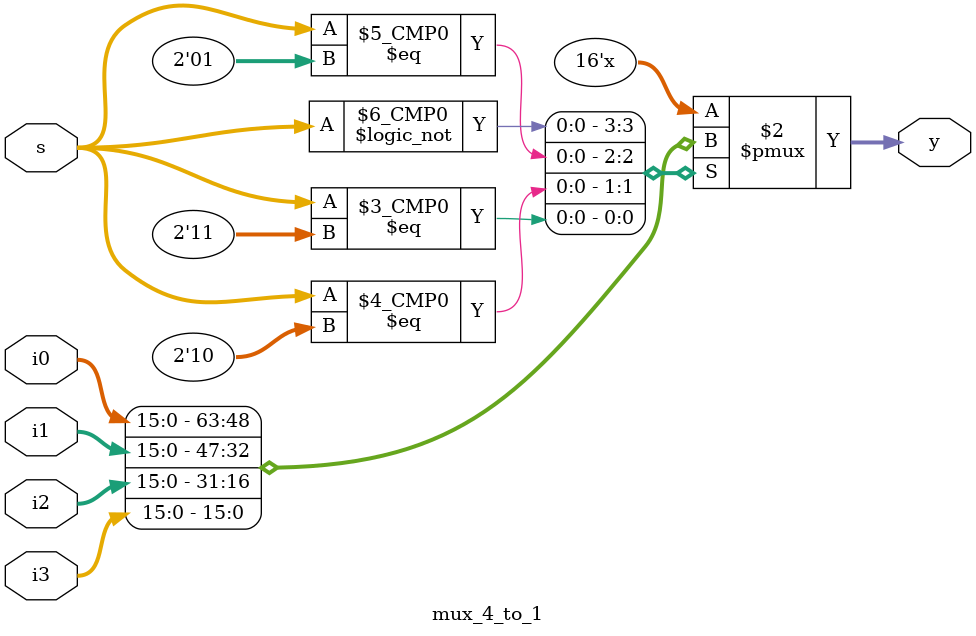
<source format=sv>
module mux_4_to_1
  #(parameter width=16)
  (output logic [width-1:0] y,
   input logic [width-1:0] i0,
   input logic [width-1:0] i1,
   input logic [width-1:0] i2,
   input logic [width-1:0] i3,
   input logic [1:0] s);

  always_comb begin
    case(s)
      2'd0: y = i0;
      2'd1: y = i1;
      2'd2: y = i2;
      2'd3: y = i3;
    endcase
  end

endmodule: mux_4_to_1

</source>
